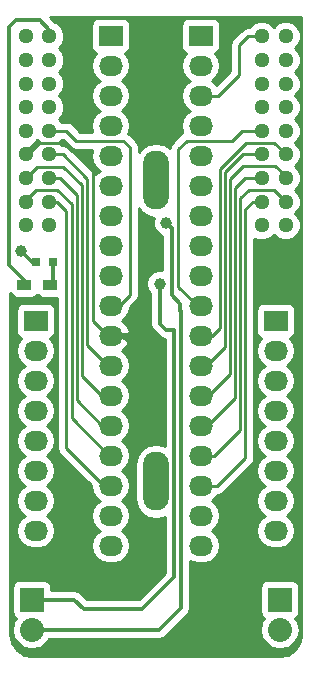
<source format=gtl>
G04 #@! TF.FileFunction,Copper,L1,Top,Signal*
%FSLAX46Y46*%
G04 Gerber Fmt 4.6, Leading zero omitted, Abs format (unit mm)*
G04 Created by KiCad (PCBNEW 4.0.5+dfsg1-4~bpo8+1) date Sat Jun 24 18:36:41 2017*
%MOMM*%
%LPD*%
G01*
G04 APERTURE LIST*
%ADD10C,0.100000*%
%ADD11C,1.300480*%
%ADD12O,2.200000X5.000000*%
%ADD13R,0.797560X0.797560*%
%ADD14R,2.032000X1.727200*%
%ADD15O,2.032000X1.727200*%
%ADD16R,1.200000X0.900000*%
%ADD17R,2.032000X2.032000*%
%ADD18O,2.032000X2.032000*%
%ADD19C,1.000000*%
%ADD20C,0.254000*%
%ADD21C,0.304800*%
%ADD22C,0.508000*%
G04 APERTURE END LIST*
D10*
D11*
X162990000Y-48310000D03*
X164990000Y-48310000D03*
X162990000Y-50310000D03*
X164990000Y-50310000D03*
X162990000Y-52310000D03*
X164990000Y-52310000D03*
X162990000Y-54310000D03*
X164990000Y-54310000D03*
X162990000Y-56310000D03*
X164990000Y-56310000D03*
X162990000Y-58310000D03*
X164990000Y-58310000D03*
X162990000Y-60310000D03*
X164990000Y-60310000D03*
X162990000Y-62310000D03*
X164990000Y-62310000D03*
X162990000Y-64310000D03*
X164990000Y-64310000D03*
X184990000Y-64310000D03*
X182990000Y-64310000D03*
X184990000Y-62310000D03*
X182990000Y-62310000D03*
X184990000Y-60310000D03*
X182990000Y-60310000D03*
X184990000Y-58310000D03*
X182990000Y-58310000D03*
X184990000Y-56310000D03*
X182990000Y-56310000D03*
X184990000Y-54310000D03*
X182990000Y-54310000D03*
X184990000Y-52310000D03*
X182990000Y-52310000D03*
X184990000Y-50310000D03*
X182990000Y-50310000D03*
X184990000Y-48310000D03*
X182990000Y-48310000D03*
D12*
X174000000Y-86000000D03*
X174000000Y-60500000D03*
D13*
X165341300Y-67437000D03*
X163842700Y-67437000D03*
D14*
X170180000Y-48260000D03*
D15*
X170180000Y-50800000D03*
X170180000Y-53340000D03*
X170180000Y-55880000D03*
X170180000Y-58420000D03*
X170180000Y-60960000D03*
X170180000Y-63500000D03*
X170180000Y-66040000D03*
X170180000Y-68580000D03*
X170180000Y-71120000D03*
X170180000Y-73660000D03*
X170180000Y-76200000D03*
X170180000Y-78740000D03*
X170180000Y-81280000D03*
X170180000Y-83820000D03*
X170180000Y-86360000D03*
X170180000Y-88900000D03*
X170180000Y-91440000D03*
D14*
X163830000Y-72390000D03*
D15*
X163830000Y-74930000D03*
X163830000Y-77470000D03*
X163830000Y-80010000D03*
X163830000Y-82550000D03*
X163830000Y-85090000D03*
X163830000Y-87630000D03*
X163830000Y-90170000D03*
D14*
X177800000Y-48260000D03*
D15*
X177800000Y-50800000D03*
X177800000Y-53340000D03*
X177800000Y-55880000D03*
X177800000Y-58420000D03*
X177800000Y-60960000D03*
X177800000Y-63500000D03*
X177800000Y-66040000D03*
X177800000Y-68580000D03*
X177800000Y-71120000D03*
X177800000Y-73660000D03*
X177800000Y-76200000D03*
X177800000Y-78740000D03*
X177800000Y-81280000D03*
X177800000Y-83820000D03*
X177800000Y-86360000D03*
X177800000Y-88900000D03*
X177800000Y-91440000D03*
D14*
X184150000Y-72390000D03*
D15*
X184150000Y-74930000D03*
X184150000Y-77470000D03*
X184150000Y-80010000D03*
X184150000Y-82550000D03*
X184150000Y-85090000D03*
X184150000Y-87630000D03*
X184150000Y-90170000D03*
D16*
X162857000Y-69342000D03*
X165057000Y-69342000D03*
D17*
X184500000Y-96000000D03*
D18*
X184500000Y-98540000D03*
D17*
X163500000Y-96000000D03*
D18*
X163500000Y-98540000D03*
D19*
X162610800Y-66497200D03*
X174345600Y-69240400D03*
X174904400Y-64109600D03*
X172364400Y-95453200D03*
D20*
X170180000Y-76200000D02*
X169976800Y-76200000D01*
X168198800Y-60350400D02*
X166158400Y-58310000D01*
X166158400Y-58310000D02*
X164990000Y-58310000D01*
X169976800Y-76200000D02*
X168198800Y-74422000D01*
X168198800Y-74422000D02*
X168198800Y-70764400D01*
X168198800Y-70764400D02*
X168198800Y-60350400D01*
D21*
X163550600Y-67437000D02*
X162610800Y-66497200D01*
X163842700Y-67437000D02*
X163550600Y-67437000D01*
X165341300Y-68948300D02*
X165341300Y-67437000D01*
X165057000Y-69232600D02*
X165341300Y-68948300D01*
X165057000Y-69342000D02*
X165057000Y-69232600D01*
D20*
X166444400Y-56310000D02*
X164990000Y-56310000D01*
X167284400Y-57150000D02*
X166444400Y-56310000D01*
X171246800Y-57150000D02*
X167284400Y-57150000D01*
X171805600Y-57708800D02*
X171246800Y-57150000D01*
X171805600Y-70205600D02*
X171805600Y-57708800D01*
X170891200Y-71120000D02*
X171805600Y-70205600D01*
X170180000Y-71120000D02*
X170891200Y-71120000D01*
X163965600Y-59334400D02*
X162990000Y-60310000D01*
X166166800Y-59334400D02*
X163965600Y-59334400D01*
X167741600Y-60909200D02*
X166166800Y-59334400D01*
X167741600Y-77063600D02*
X167741600Y-60909200D01*
X169418000Y-78740000D02*
X167741600Y-77063600D01*
X170180000Y-78740000D02*
X169418000Y-78740000D01*
X165872400Y-60310000D02*
X164990000Y-60310000D01*
X167309798Y-61747398D02*
X165872400Y-60310000D01*
X167309798Y-79120998D02*
X167309798Y-61747398D01*
X169468800Y-81280000D02*
X167309798Y-79120998D01*
X170180000Y-81280000D02*
X169468800Y-81280000D01*
X166877996Y-76911200D02*
X166877996Y-76301596D01*
X166877996Y-80619596D02*
X166877996Y-76911200D01*
X170078400Y-83820000D02*
X166877996Y-80619596D01*
X170180000Y-83820000D02*
X170078400Y-83820000D01*
X162990000Y-62206400D02*
X162990000Y-62310000D01*
X166877996Y-62534796D02*
X165658800Y-61315600D01*
X165658800Y-61315600D02*
X163880800Y-61315600D01*
X163880800Y-61315600D02*
X162990000Y-62206400D01*
X166877996Y-76911200D02*
X166877996Y-62534796D01*
X165637200Y-62310000D02*
X164990000Y-62310000D01*
X166446194Y-63118994D02*
X165637200Y-62310000D01*
X166446194Y-83184994D02*
X166446194Y-63118994D01*
X169621200Y-86360000D02*
X166446194Y-83184994D01*
X170180000Y-86360000D02*
X169621200Y-86360000D01*
X181038500Y-49085500D02*
X181814000Y-48310000D01*
X181814000Y-48310000D02*
X182990000Y-48310000D01*
X177800000Y-53340000D02*
X179260500Y-53340000D01*
X181038500Y-51562000D02*
X181038500Y-49276000D01*
X179260500Y-53340000D02*
X181038500Y-51562000D01*
X181038500Y-49276000D02*
X181038500Y-49085500D01*
D21*
X163500000Y-96000000D02*
X167120000Y-96000000D01*
X175564800Y-94081600D02*
X175564800Y-85344000D01*
X172872400Y-96774000D02*
X175564800Y-94081600D01*
X167894000Y-96774000D02*
X172872400Y-96774000D01*
X167120000Y-96000000D02*
X167894000Y-96774000D01*
X175564800Y-85344000D02*
X175564800Y-73152000D01*
X174853600Y-73152000D02*
X174345600Y-72644000D01*
X174345600Y-72644000D02*
X174345600Y-69240400D01*
X175564800Y-73152000D02*
X174853600Y-73152000D01*
X174306800Y-98540000D02*
X176123600Y-96723200D01*
X176123600Y-96723200D02*
X176123600Y-71577200D01*
X176098200Y-71551800D02*
X176072800Y-71526400D01*
X176123600Y-71577200D02*
X176098200Y-71551800D01*
X163500000Y-98540000D02*
X174306800Y-98540000D01*
X176098200Y-70942200D02*
X175361600Y-70205600D01*
X175361600Y-70205600D02*
X175361600Y-64566800D01*
X175361600Y-64566800D02*
X174904400Y-64109600D01*
X176098200Y-71551800D02*
X176098200Y-70942200D01*
D20*
X181332400Y-56310000D02*
X182990000Y-56310000D01*
X180492400Y-57150000D02*
X181332400Y-56310000D01*
X176631600Y-57150000D02*
X180492400Y-57150000D01*
X175920400Y-57861200D02*
X176631600Y-57150000D01*
X175920400Y-69494400D02*
X175920400Y-57861200D01*
X177546000Y-71120000D02*
X175920400Y-69494400D01*
X177800000Y-71120000D02*
X177546000Y-71120000D01*
X183982400Y-57302400D02*
X184990000Y-58310000D01*
X181660800Y-57302400D02*
X183982400Y-57302400D01*
X179425600Y-59537600D02*
X181660800Y-57302400D01*
X179425600Y-72999600D02*
X179425600Y-59537600D01*
X178765200Y-73660000D02*
X179425600Y-72999600D01*
X177800000Y-73660000D02*
X178765200Y-73660000D01*
X181364400Y-58310000D02*
X182990000Y-58310000D01*
X179857402Y-59816998D02*
X181364400Y-58310000D01*
X179857402Y-74599798D02*
X179857402Y-59816998D01*
X178257200Y-76200000D02*
X179857402Y-74599798D01*
X177800000Y-76200000D02*
X178257200Y-76200000D01*
X184990000Y-60174400D02*
X184990000Y-60310000D01*
X184099200Y-59283600D02*
X184990000Y-60174400D01*
X181356000Y-59283600D02*
X184099200Y-59283600D01*
X180289204Y-60350396D02*
X181356000Y-59283600D01*
X180289204Y-76860396D02*
X180289204Y-60350396D01*
X178409600Y-78740000D02*
X180289204Y-76860396D01*
X177800000Y-78740000D02*
X178409600Y-78740000D01*
X181548800Y-60310000D02*
X182990000Y-60310000D01*
X180721006Y-61137794D02*
X181548800Y-60310000D01*
X180721006Y-78917794D02*
X180721006Y-61137794D01*
X178358800Y-81280000D02*
X180721006Y-78917794D01*
X177800000Y-81280000D02*
X178358800Y-81280000D01*
X178968400Y-83820000D02*
X181152808Y-81635592D01*
X181152808Y-81635592D02*
X181152808Y-62026792D01*
X181152808Y-62026792D02*
X181864000Y-61315600D01*
X181864000Y-61315600D02*
X183995600Y-61315600D01*
X183995600Y-61315600D02*
X184990000Y-62310000D01*
X177800000Y-83820000D02*
X178968400Y-83820000D01*
X179222400Y-86360000D02*
X181584610Y-83997790D01*
X181584610Y-83997790D02*
X181584610Y-62966590D01*
X181584610Y-62966590D02*
X182241200Y-62310000D01*
X182241200Y-62310000D02*
X182990000Y-62310000D01*
X177800000Y-86360000D02*
X179222400Y-86360000D01*
X163997600Y-57302400D02*
X162990000Y-58310000D01*
X166370000Y-57302400D02*
X163997600Y-57302400D01*
X168656000Y-59588400D02*
X166370000Y-57302400D01*
X168656000Y-72390000D02*
X168656000Y-59588400D01*
X169926000Y-73660000D02*
X168656000Y-72390000D01*
X170180000Y-73660000D02*
X169926000Y-73660000D01*
D22*
X172364400Y-95453200D02*
X172059600Y-95148400D01*
X172059600Y-95148400D02*
X172059600Y-74371200D01*
X172059600Y-74371200D02*
X171348400Y-73660000D01*
X171348400Y-73660000D02*
X170180000Y-73660000D01*
D21*
X164990000Y-47743600D02*
X164990000Y-48310000D01*
X164185600Y-46939200D02*
X164990000Y-47743600D01*
X162153600Y-46939200D02*
X164185600Y-46939200D01*
X161594800Y-47498000D02*
X162153600Y-46939200D01*
X161594800Y-67665600D02*
X161594800Y-47498000D01*
X162857000Y-68927800D02*
X161594800Y-67665600D01*
X162857000Y-69342000D02*
X162857000Y-68927800D01*
D20*
G36*
X164172395Y-57310159D02*
X163901062Y-57581020D01*
X163896433Y-57592166D01*
X163889189Y-57590416D01*
X163169605Y-58310000D01*
X163183747Y-58324142D01*
X163004142Y-58503747D01*
X162990000Y-58489605D01*
X162975857Y-58503747D01*
X162796252Y-58324142D01*
X162810395Y-58310000D01*
X162796252Y-58295857D01*
X162975857Y-58116252D01*
X162990000Y-58130395D01*
X163709584Y-57410811D01*
X163707935Y-57403986D01*
X163717079Y-57400208D01*
X163990159Y-57127604D01*
X164172395Y-57310159D01*
X164172395Y-57310159D01*
G37*
X164172395Y-57310159D02*
X163901062Y-57581020D01*
X163896433Y-57592166D01*
X163889189Y-57590416D01*
X163169605Y-58310000D01*
X163183747Y-58324142D01*
X163004142Y-58503747D01*
X162990000Y-58489605D01*
X162975857Y-58503747D01*
X162796252Y-58324142D01*
X162810395Y-58310000D01*
X162796252Y-58295857D01*
X162975857Y-58116252D01*
X162990000Y-58130395D01*
X163709584Y-57410811D01*
X163707935Y-57403986D01*
X163717079Y-57400208D01*
X163990159Y-57127604D01*
X164172395Y-57310159D01*
G36*
X169250365Y-59690000D02*
X168935585Y-59900330D01*
X168866249Y-60004098D01*
X168866248Y-60004098D01*
X168737615Y-59811585D01*
X168737615Y-59811584D01*
X166697215Y-57771185D01*
X166450005Y-57606004D01*
X166158400Y-57548000D01*
X166045347Y-57548000D01*
X165807604Y-57309840D01*
X166045860Y-57072000D01*
X166128769Y-57072000D01*
X166745584Y-57688815D01*
X166745585Y-57688815D01*
X166992795Y-57853996D01*
X167284400Y-57912000D01*
X168597702Y-57912000D01*
X168496655Y-58420000D01*
X168610729Y-58993489D01*
X168935585Y-59479670D01*
X169250365Y-59690000D01*
X169250365Y-59690000D01*
G37*
X169250365Y-59690000D02*
X168935585Y-59900330D01*
X168866249Y-60004098D01*
X168866248Y-60004098D01*
X168737615Y-59811585D01*
X168737615Y-59811584D01*
X166697215Y-57771185D01*
X166450005Y-57606004D01*
X166158400Y-57548000D01*
X166045347Y-57548000D01*
X165807604Y-57309840D01*
X166045860Y-57072000D01*
X166128769Y-57072000D01*
X166745584Y-57688815D01*
X166745585Y-57688815D01*
X166992795Y-57853996D01*
X167284400Y-57912000D01*
X168597702Y-57912000D01*
X168496655Y-58420000D01*
X168610729Y-58993489D01*
X168935585Y-59479670D01*
X169250365Y-59690000D01*
G36*
X186315000Y-98932532D02*
X186183345Y-99594403D01*
X186183345Y-98540000D01*
X186057670Y-97908190D01*
X185830830Y-97568701D01*
X185970927Y-97476673D01*
X186113377Y-97265640D01*
X186163440Y-97016000D01*
X186163440Y-94984000D01*
X186116463Y-94741877D01*
X185976673Y-94529073D01*
X185833345Y-94432324D01*
X185833345Y-90170000D01*
X185719271Y-89596511D01*
X185394415Y-89110330D01*
X185079634Y-88899999D01*
X185394415Y-88689670D01*
X185719271Y-88203489D01*
X185833345Y-87630000D01*
X185719271Y-87056511D01*
X185394415Y-86570330D01*
X185079634Y-86360000D01*
X185394415Y-86149670D01*
X185719271Y-85663489D01*
X185833345Y-85090000D01*
X185719271Y-84516511D01*
X185394415Y-84030330D01*
X185079634Y-83820000D01*
X185394415Y-83609670D01*
X185719271Y-83123489D01*
X185833345Y-82550000D01*
X185719271Y-81976511D01*
X185394415Y-81490330D01*
X185079634Y-81279999D01*
X185394415Y-81069670D01*
X185719271Y-80583489D01*
X185833345Y-80010000D01*
X185719271Y-79436511D01*
X185394415Y-78950330D01*
X185079634Y-78740000D01*
X185394415Y-78529670D01*
X185719271Y-78043489D01*
X185833345Y-77470000D01*
X185719271Y-76896511D01*
X185394415Y-76410330D01*
X185079634Y-76200000D01*
X185394415Y-75989670D01*
X185719271Y-75503489D01*
X185833345Y-74930000D01*
X185719271Y-74356511D01*
X185394415Y-73870330D01*
X185378632Y-73859784D01*
X185408123Y-73854063D01*
X185620927Y-73714273D01*
X185763377Y-73503240D01*
X185813440Y-73253600D01*
X185813440Y-71526400D01*
X185766463Y-71284277D01*
X185626673Y-71071473D01*
X185415640Y-70929023D01*
X185166000Y-70878960D01*
X183134000Y-70878960D01*
X182891877Y-70925937D01*
X182679073Y-71065727D01*
X182536623Y-71276760D01*
X182486560Y-71526400D01*
X182486560Y-73253600D01*
X182533537Y-73495723D01*
X182673327Y-73708527D01*
X182884360Y-73850977D01*
X182922962Y-73858718D01*
X182905585Y-73870330D01*
X182580729Y-74356511D01*
X182466655Y-74930000D01*
X182580729Y-75503489D01*
X182905585Y-75989670D01*
X183220365Y-76200000D01*
X182905585Y-76410330D01*
X182580729Y-76896511D01*
X182466655Y-77470000D01*
X182580729Y-78043489D01*
X182905585Y-78529670D01*
X183220365Y-78740000D01*
X182905585Y-78950330D01*
X182580729Y-79436511D01*
X182466655Y-80010000D01*
X182580729Y-80583489D01*
X182905585Y-81069670D01*
X183220365Y-81280000D01*
X182905585Y-81490330D01*
X182580729Y-81976511D01*
X182466655Y-82550000D01*
X182580729Y-83123489D01*
X182905585Y-83609670D01*
X183220365Y-83820000D01*
X182905585Y-84030330D01*
X182580729Y-84516511D01*
X182466655Y-85090000D01*
X182580729Y-85663489D01*
X182905585Y-86149670D01*
X183220365Y-86360000D01*
X182905585Y-86570330D01*
X182580729Y-87056511D01*
X182466655Y-87630000D01*
X182580729Y-88203489D01*
X182905585Y-88689670D01*
X183220365Y-88900000D01*
X182905585Y-89110330D01*
X182580729Y-89596511D01*
X182466655Y-90170000D01*
X182580729Y-90743489D01*
X182905585Y-91229670D01*
X183391766Y-91554526D01*
X183965255Y-91668600D01*
X184334745Y-91668600D01*
X184908234Y-91554526D01*
X185394415Y-91229670D01*
X185719271Y-90743489D01*
X185833345Y-90170000D01*
X185833345Y-94432324D01*
X185765640Y-94386623D01*
X185516000Y-94336560D01*
X183484000Y-94336560D01*
X183241877Y-94383537D01*
X183029073Y-94523327D01*
X182886623Y-94734360D01*
X182836560Y-94984000D01*
X182836560Y-97016000D01*
X182883537Y-97258123D01*
X183023327Y-97470927D01*
X183168860Y-97569163D01*
X182942330Y-97908190D01*
X182816655Y-98540000D01*
X182942330Y-99171810D01*
X183300222Y-99707433D01*
X183835845Y-100065325D01*
X184467655Y-100191000D01*
X184532345Y-100191000D01*
X185164155Y-100065325D01*
X185699778Y-99707433D01*
X186057670Y-99171810D01*
X186183345Y-98540000D01*
X186183345Y-99594403D01*
X186164442Y-99689435D01*
X185773908Y-100273910D01*
X185189434Y-100664443D01*
X184432532Y-100815000D01*
X163567467Y-100815000D01*
X162810564Y-100664442D01*
X162226089Y-100273908D01*
X161835556Y-99689434D01*
X161685000Y-98932532D01*
X161685000Y-93500000D01*
X161685000Y-70077452D01*
X161796327Y-70246927D01*
X162007360Y-70389377D01*
X162257000Y-70439440D01*
X163457000Y-70439440D01*
X163699123Y-70392463D01*
X163911927Y-70252673D01*
X163956613Y-70186471D01*
X163996327Y-70246927D01*
X164207360Y-70389377D01*
X164457000Y-70439440D01*
X165657000Y-70439440D01*
X165684194Y-70434163D01*
X165684194Y-83184994D01*
X165742198Y-83476599D01*
X165907379Y-83723809D01*
X168504438Y-86320869D01*
X168496655Y-86360000D01*
X168610729Y-86933489D01*
X168935585Y-87419670D01*
X169250365Y-87630000D01*
X168935585Y-87840330D01*
X168610729Y-88326511D01*
X168496655Y-88900000D01*
X168610729Y-89473489D01*
X168935585Y-89959670D01*
X169250365Y-90169999D01*
X168935585Y-90380330D01*
X168610729Y-90866511D01*
X168496655Y-91440000D01*
X168610729Y-92013489D01*
X168935585Y-92499670D01*
X169421766Y-92824526D01*
X169995255Y-92938600D01*
X170364745Y-92938600D01*
X170938234Y-92824526D01*
X171424415Y-92499670D01*
X171749271Y-92013489D01*
X171863345Y-91440000D01*
X171749271Y-90866511D01*
X171424415Y-90380330D01*
X171109634Y-90170000D01*
X171424415Y-89959670D01*
X171749271Y-89473489D01*
X171863345Y-88900000D01*
X171749271Y-88326511D01*
X171424415Y-87840330D01*
X171109634Y-87630000D01*
X171424415Y-87419670D01*
X171749271Y-86933489D01*
X171863345Y-86360000D01*
X171749271Y-85786511D01*
X171424415Y-85300330D01*
X171109634Y-85090000D01*
X171424415Y-84879670D01*
X171749271Y-84393489D01*
X171863345Y-83820000D01*
X171749271Y-83246511D01*
X171424415Y-82760330D01*
X171109634Y-82550000D01*
X171424415Y-82339670D01*
X171749271Y-81853489D01*
X171863345Y-81280000D01*
X171749271Y-80706511D01*
X171424415Y-80220330D01*
X171109634Y-80009999D01*
X171424415Y-79799670D01*
X171749271Y-79313489D01*
X171863345Y-78740000D01*
X171749271Y-78166511D01*
X171424415Y-77680330D01*
X171109634Y-77470000D01*
X171424415Y-77259670D01*
X171749271Y-76773489D01*
X171863345Y-76200000D01*
X171749271Y-75626511D01*
X171424415Y-75140330D01*
X171114930Y-74933539D01*
X171530732Y-74562036D01*
X171784709Y-74034791D01*
X171787358Y-74019026D01*
X171666217Y-73787000D01*
X170307000Y-73787000D01*
X170307000Y-73807000D01*
X170053000Y-73807000D01*
X170053000Y-73787000D01*
X170033000Y-73787000D01*
X170033000Y-73533000D01*
X170053000Y-73533000D01*
X170053000Y-73513000D01*
X170307000Y-73513000D01*
X170307000Y-73533000D01*
X171666217Y-73533000D01*
X171787358Y-73300974D01*
X171784709Y-73285209D01*
X171530732Y-72757964D01*
X171114930Y-72386460D01*
X171424415Y-72179670D01*
X171749271Y-71693489D01*
X171837152Y-71251677D01*
X172344415Y-70744415D01*
X172509596Y-70497205D01*
X172509596Y-70497204D01*
X172567600Y-70205600D01*
X172567600Y-62880591D01*
X172773170Y-63188248D01*
X173336044Y-63564349D01*
X173858680Y-63668307D01*
X173769597Y-63882844D01*
X173769203Y-64334375D01*
X173941633Y-64751686D01*
X174260635Y-65071245D01*
X174574200Y-65201449D01*
X174574200Y-68106362D01*
X174572356Y-68105597D01*
X174120825Y-68105203D01*
X173703514Y-68277633D01*
X173383955Y-68596635D01*
X173210797Y-69013644D01*
X173210403Y-69465175D01*
X173382833Y-69882486D01*
X173558200Y-70058159D01*
X173558200Y-72644000D01*
X173618137Y-72945325D01*
X173788824Y-73200776D01*
X174296824Y-73708776D01*
X174552275Y-73879463D01*
X174777400Y-73924242D01*
X174777400Y-83011451D01*
X174663956Y-82935651D01*
X174000000Y-82803582D01*
X173336044Y-82935651D01*
X172773170Y-83311752D01*
X172397069Y-83874626D01*
X172265000Y-84538582D01*
X172265000Y-87461418D01*
X172397069Y-88125374D01*
X172773170Y-88688248D01*
X173336044Y-89064349D01*
X174000000Y-89196418D01*
X174663956Y-89064349D01*
X174777400Y-88988548D01*
X174777400Y-93755448D01*
X172546248Y-95986600D01*
X168220152Y-95986600D01*
X167676776Y-95443224D01*
X167421325Y-95272537D01*
X167120000Y-95212600D01*
X165513345Y-95212600D01*
X165513345Y-90170000D01*
X165399271Y-89596511D01*
X165074415Y-89110330D01*
X164759634Y-88899999D01*
X165074415Y-88689670D01*
X165399271Y-88203489D01*
X165513345Y-87630000D01*
X165399271Y-87056511D01*
X165074415Y-86570330D01*
X164759634Y-86360000D01*
X165074415Y-86149670D01*
X165399271Y-85663489D01*
X165513345Y-85090000D01*
X165399271Y-84516511D01*
X165074415Y-84030330D01*
X164759634Y-83820000D01*
X165074415Y-83609670D01*
X165399271Y-83123489D01*
X165513345Y-82550000D01*
X165399271Y-81976511D01*
X165074415Y-81490330D01*
X164759634Y-81279999D01*
X165074415Y-81069670D01*
X165399271Y-80583489D01*
X165513345Y-80010000D01*
X165399271Y-79436511D01*
X165074415Y-78950330D01*
X164759634Y-78740000D01*
X165074415Y-78529670D01*
X165399271Y-78043489D01*
X165513345Y-77470000D01*
X165399271Y-76896511D01*
X165074415Y-76410330D01*
X164759634Y-76200000D01*
X165074415Y-75989670D01*
X165399271Y-75503489D01*
X165513345Y-74930000D01*
X165399271Y-74356511D01*
X165074415Y-73870330D01*
X165058632Y-73859784D01*
X165088123Y-73854063D01*
X165300927Y-73714273D01*
X165443377Y-73503240D01*
X165493440Y-73253600D01*
X165493440Y-71526400D01*
X165446463Y-71284277D01*
X165306673Y-71071473D01*
X165095640Y-70929023D01*
X164846000Y-70878960D01*
X162814000Y-70878960D01*
X162571877Y-70925937D01*
X162359073Y-71065727D01*
X162216623Y-71276760D01*
X162166560Y-71526400D01*
X162166560Y-73253600D01*
X162213537Y-73495723D01*
X162353327Y-73708527D01*
X162564360Y-73850977D01*
X162602962Y-73858718D01*
X162585585Y-73870330D01*
X162260729Y-74356511D01*
X162146655Y-74930000D01*
X162260729Y-75503489D01*
X162585585Y-75989670D01*
X162900365Y-76200000D01*
X162585585Y-76410330D01*
X162260729Y-76896511D01*
X162146655Y-77470000D01*
X162260729Y-78043489D01*
X162585585Y-78529670D01*
X162900365Y-78740000D01*
X162585585Y-78950330D01*
X162260729Y-79436511D01*
X162146655Y-80010000D01*
X162260729Y-80583489D01*
X162585585Y-81069670D01*
X162900365Y-81280000D01*
X162585585Y-81490330D01*
X162260729Y-81976511D01*
X162146655Y-82550000D01*
X162260729Y-83123489D01*
X162585585Y-83609670D01*
X162900365Y-83820000D01*
X162585585Y-84030330D01*
X162260729Y-84516511D01*
X162146655Y-85090000D01*
X162260729Y-85663489D01*
X162585585Y-86149670D01*
X162900365Y-86360000D01*
X162585585Y-86570330D01*
X162260729Y-87056511D01*
X162146655Y-87630000D01*
X162260729Y-88203489D01*
X162585585Y-88689670D01*
X162900365Y-88900000D01*
X162585585Y-89110330D01*
X162260729Y-89596511D01*
X162146655Y-90170000D01*
X162260729Y-90743489D01*
X162585585Y-91229670D01*
X163071766Y-91554526D01*
X163645255Y-91668600D01*
X164014745Y-91668600D01*
X164588234Y-91554526D01*
X165074415Y-91229670D01*
X165399271Y-90743489D01*
X165513345Y-90170000D01*
X165513345Y-95212600D01*
X165163440Y-95212600D01*
X165163440Y-94984000D01*
X165116463Y-94741877D01*
X164976673Y-94529073D01*
X164765640Y-94386623D01*
X164516000Y-94336560D01*
X162484000Y-94336560D01*
X162241877Y-94383537D01*
X162029073Y-94523327D01*
X161886623Y-94734360D01*
X161836560Y-94984000D01*
X161836560Y-97016000D01*
X161883537Y-97258123D01*
X162023327Y-97470927D01*
X162168860Y-97569163D01*
X161942330Y-97908190D01*
X161816655Y-98540000D01*
X161942330Y-99171810D01*
X162300222Y-99707433D01*
X162835845Y-100065325D01*
X163467655Y-100191000D01*
X163532345Y-100191000D01*
X164164155Y-100065325D01*
X164699778Y-99707433D01*
X164953708Y-99327400D01*
X174306800Y-99327400D01*
X174608125Y-99267463D01*
X174863576Y-99096776D01*
X176680376Y-97279976D01*
X176851063Y-97024525D01*
X176911000Y-96723200D01*
X176911000Y-92737150D01*
X177041766Y-92824526D01*
X177615255Y-92938600D01*
X177984745Y-92938600D01*
X178558234Y-92824526D01*
X179044415Y-92499670D01*
X179369271Y-92013489D01*
X179483345Y-91440000D01*
X179369271Y-90866511D01*
X179044415Y-90380330D01*
X178729634Y-90169999D01*
X179044415Y-89959670D01*
X179369271Y-89473489D01*
X179483345Y-88900000D01*
X179369271Y-88326511D01*
X179044415Y-87840330D01*
X178729634Y-87630000D01*
X179044415Y-87419670D01*
X179246517Y-87117202D01*
X179514004Y-87063996D01*
X179514005Y-87063996D01*
X179761215Y-86898815D01*
X182123425Y-84536606D01*
X182123425Y-84536605D01*
X182288606Y-84289395D01*
X182346609Y-83997790D01*
X182346610Y-83997790D01*
X182346610Y-65434478D01*
X182733228Y-65595016D01*
X183244528Y-65595462D01*
X183717079Y-65400208D01*
X183990159Y-65127604D01*
X184261020Y-65398938D01*
X184733228Y-65595016D01*
X185244528Y-65595462D01*
X185717079Y-65400208D01*
X186078938Y-65038980D01*
X186275016Y-64566772D01*
X186275462Y-64055472D01*
X186080208Y-63582921D01*
X185807604Y-63309840D01*
X186078938Y-63038980D01*
X186275016Y-62566772D01*
X186275462Y-62055472D01*
X186080208Y-61582921D01*
X185807604Y-61309840D01*
X186078938Y-61038980D01*
X186275016Y-60566772D01*
X186275462Y-60055472D01*
X186080208Y-59582921D01*
X185807604Y-59309840D01*
X186078938Y-59038980D01*
X186275016Y-58566772D01*
X186275462Y-58055472D01*
X186080208Y-57582921D01*
X185807604Y-57309840D01*
X186078938Y-57038980D01*
X186275016Y-56566772D01*
X186275462Y-56055472D01*
X186080208Y-55582921D01*
X185807604Y-55309840D01*
X186078938Y-55038980D01*
X186275016Y-54566772D01*
X186275462Y-54055472D01*
X186080208Y-53582921D01*
X185807604Y-53309840D01*
X186078938Y-53038980D01*
X186275016Y-52566772D01*
X186275462Y-52055472D01*
X186080208Y-51582921D01*
X185807604Y-51309840D01*
X186078938Y-51038980D01*
X186275016Y-50566772D01*
X186275462Y-50055472D01*
X186080208Y-49582921D01*
X185807604Y-49309840D01*
X186078938Y-49038980D01*
X186275016Y-48566772D01*
X186275462Y-48055472D01*
X186080208Y-47582921D01*
X185718980Y-47221062D01*
X185246772Y-47024984D01*
X184735472Y-47024538D01*
X184262921Y-47219792D01*
X183989840Y-47492395D01*
X183718980Y-47221062D01*
X183246772Y-47024984D01*
X182735472Y-47024538D01*
X182262921Y-47219792D01*
X181934139Y-47548000D01*
X181814000Y-47548000D01*
X181522395Y-47606004D01*
X181423376Y-47672165D01*
X181275185Y-47771184D01*
X180499685Y-48546685D01*
X180334504Y-48793895D01*
X180276500Y-49085500D01*
X180276500Y-49276000D01*
X180276500Y-51246369D01*
X179123772Y-52399097D01*
X179044415Y-52280330D01*
X178729634Y-52070000D01*
X179044415Y-51859670D01*
X179369271Y-51373489D01*
X179483345Y-50800000D01*
X179369271Y-50226511D01*
X179044415Y-49740330D01*
X179028632Y-49729784D01*
X179058123Y-49724063D01*
X179270927Y-49584273D01*
X179413377Y-49373240D01*
X179463440Y-49123600D01*
X179463440Y-47396400D01*
X179416463Y-47154277D01*
X179276673Y-46941473D01*
X179065640Y-46799023D01*
X178816000Y-46748960D01*
X176784000Y-46748960D01*
X176541877Y-46795937D01*
X176329073Y-46935727D01*
X176186623Y-47146760D01*
X176136560Y-47396400D01*
X176136560Y-49123600D01*
X176183537Y-49365723D01*
X176323327Y-49578527D01*
X176534360Y-49720977D01*
X176572962Y-49728718D01*
X176555585Y-49740330D01*
X176230729Y-50226511D01*
X176116655Y-50800000D01*
X176230729Y-51373489D01*
X176555585Y-51859670D01*
X176870365Y-52070000D01*
X176555585Y-52280330D01*
X176230729Y-52766511D01*
X176116655Y-53340000D01*
X176230729Y-53913489D01*
X176555585Y-54399670D01*
X176870365Y-54609999D01*
X176555585Y-54820330D01*
X176230729Y-55306511D01*
X176116655Y-55880000D01*
X176230729Y-56453489D01*
X176260997Y-56498788D01*
X176240976Y-56512165D01*
X176092785Y-56611184D01*
X175381585Y-57322385D01*
X175216404Y-57569595D01*
X175175109Y-57777193D01*
X174663956Y-57435651D01*
X174000000Y-57303582D01*
X173336044Y-57435651D01*
X172773170Y-57811752D01*
X172567600Y-58119408D01*
X172567600Y-57708800D01*
X172509597Y-57417196D01*
X172509596Y-57417195D01*
X172344416Y-57169985D01*
X171785615Y-56611185D01*
X171687642Y-56545721D01*
X171749271Y-56453489D01*
X171863345Y-55880000D01*
X171749271Y-55306511D01*
X171424415Y-54820330D01*
X171109634Y-54609999D01*
X171424415Y-54399670D01*
X171749271Y-53913489D01*
X171863345Y-53340000D01*
X171749271Y-52766511D01*
X171424415Y-52280330D01*
X171109634Y-52070000D01*
X171424415Y-51859670D01*
X171749271Y-51373489D01*
X171863345Y-50800000D01*
X171749271Y-50226511D01*
X171424415Y-49740330D01*
X171408632Y-49729784D01*
X171438123Y-49724063D01*
X171650927Y-49584273D01*
X171793377Y-49373240D01*
X171843440Y-49123600D01*
X171843440Y-47396400D01*
X171796463Y-47154277D01*
X171656673Y-46941473D01*
X171445640Y-46799023D01*
X171196000Y-46748960D01*
X169164000Y-46748960D01*
X168921877Y-46795937D01*
X168709073Y-46935727D01*
X168566623Y-47146760D01*
X168516560Y-47396400D01*
X168516560Y-49123600D01*
X168563537Y-49365723D01*
X168703327Y-49578527D01*
X168914360Y-49720977D01*
X168952962Y-49728718D01*
X168935585Y-49740330D01*
X168610729Y-50226511D01*
X168496655Y-50800000D01*
X168610729Y-51373489D01*
X168935585Y-51859670D01*
X169250365Y-52070000D01*
X168935585Y-52280330D01*
X168610729Y-52766511D01*
X168496655Y-53340000D01*
X168610729Y-53913489D01*
X168935585Y-54399670D01*
X169250365Y-54610000D01*
X168935585Y-54820330D01*
X168610729Y-55306511D01*
X168496655Y-55880000D01*
X168597702Y-56388000D01*
X167600030Y-56388000D01*
X166983215Y-55771185D01*
X166736005Y-55606004D01*
X166444400Y-55548000D01*
X166045347Y-55548000D01*
X165807604Y-55309840D01*
X166078938Y-55038980D01*
X166275016Y-54566772D01*
X166275462Y-54055472D01*
X166080208Y-53582921D01*
X165807604Y-53309840D01*
X166078938Y-53038980D01*
X166275016Y-52566772D01*
X166275462Y-52055472D01*
X166080208Y-51582921D01*
X165807604Y-51309840D01*
X166078938Y-51038980D01*
X166275016Y-50566772D01*
X166275462Y-50055472D01*
X166080208Y-49582921D01*
X165807604Y-49309840D01*
X166078938Y-49038980D01*
X166275016Y-48566772D01*
X166275462Y-48055472D01*
X166080208Y-47582921D01*
X165718980Y-47221062D01*
X165483045Y-47123093D01*
X165044952Y-46685000D01*
X186315000Y-46685000D01*
X186315000Y-93500000D01*
X186315000Y-98932532D01*
X186315000Y-98932532D01*
G37*
X186315000Y-98932532D02*
X186183345Y-99594403D01*
X186183345Y-98540000D01*
X186057670Y-97908190D01*
X185830830Y-97568701D01*
X185970927Y-97476673D01*
X186113377Y-97265640D01*
X186163440Y-97016000D01*
X186163440Y-94984000D01*
X186116463Y-94741877D01*
X185976673Y-94529073D01*
X185833345Y-94432324D01*
X185833345Y-90170000D01*
X185719271Y-89596511D01*
X185394415Y-89110330D01*
X185079634Y-88899999D01*
X185394415Y-88689670D01*
X185719271Y-88203489D01*
X185833345Y-87630000D01*
X185719271Y-87056511D01*
X185394415Y-86570330D01*
X185079634Y-86360000D01*
X185394415Y-86149670D01*
X185719271Y-85663489D01*
X185833345Y-85090000D01*
X185719271Y-84516511D01*
X185394415Y-84030330D01*
X185079634Y-83820000D01*
X185394415Y-83609670D01*
X185719271Y-83123489D01*
X185833345Y-82550000D01*
X185719271Y-81976511D01*
X185394415Y-81490330D01*
X185079634Y-81279999D01*
X185394415Y-81069670D01*
X185719271Y-80583489D01*
X185833345Y-80010000D01*
X185719271Y-79436511D01*
X185394415Y-78950330D01*
X185079634Y-78740000D01*
X185394415Y-78529670D01*
X185719271Y-78043489D01*
X185833345Y-77470000D01*
X185719271Y-76896511D01*
X185394415Y-76410330D01*
X185079634Y-76200000D01*
X185394415Y-75989670D01*
X185719271Y-75503489D01*
X185833345Y-74930000D01*
X185719271Y-74356511D01*
X185394415Y-73870330D01*
X185378632Y-73859784D01*
X185408123Y-73854063D01*
X185620927Y-73714273D01*
X185763377Y-73503240D01*
X185813440Y-73253600D01*
X185813440Y-71526400D01*
X185766463Y-71284277D01*
X185626673Y-71071473D01*
X185415640Y-70929023D01*
X185166000Y-70878960D01*
X183134000Y-70878960D01*
X182891877Y-70925937D01*
X182679073Y-71065727D01*
X182536623Y-71276760D01*
X182486560Y-71526400D01*
X182486560Y-73253600D01*
X182533537Y-73495723D01*
X182673327Y-73708527D01*
X182884360Y-73850977D01*
X182922962Y-73858718D01*
X182905585Y-73870330D01*
X182580729Y-74356511D01*
X182466655Y-74930000D01*
X182580729Y-75503489D01*
X182905585Y-75989670D01*
X183220365Y-76200000D01*
X182905585Y-76410330D01*
X182580729Y-76896511D01*
X182466655Y-77470000D01*
X182580729Y-78043489D01*
X182905585Y-78529670D01*
X183220365Y-78740000D01*
X182905585Y-78950330D01*
X182580729Y-79436511D01*
X182466655Y-80010000D01*
X182580729Y-80583489D01*
X182905585Y-81069670D01*
X183220365Y-81280000D01*
X182905585Y-81490330D01*
X182580729Y-81976511D01*
X182466655Y-82550000D01*
X182580729Y-83123489D01*
X182905585Y-83609670D01*
X183220365Y-83820000D01*
X182905585Y-84030330D01*
X182580729Y-84516511D01*
X182466655Y-85090000D01*
X182580729Y-85663489D01*
X182905585Y-86149670D01*
X183220365Y-86360000D01*
X182905585Y-86570330D01*
X182580729Y-87056511D01*
X182466655Y-87630000D01*
X182580729Y-88203489D01*
X182905585Y-88689670D01*
X183220365Y-88900000D01*
X182905585Y-89110330D01*
X182580729Y-89596511D01*
X182466655Y-90170000D01*
X182580729Y-90743489D01*
X182905585Y-91229670D01*
X183391766Y-91554526D01*
X183965255Y-91668600D01*
X184334745Y-91668600D01*
X184908234Y-91554526D01*
X185394415Y-91229670D01*
X185719271Y-90743489D01*
X185833345Y-90170000D01*
X185833345Y-94432324D01*
X185765640Y-94386623D01*
X185516000Y-94336560D01*
X183484000Y-94336560D01*
X183241877Y-94383537D01*
X183029073Y-94523327D01*
X182886623Y-94734360D01*
X182836560Y-94984000D01*
X182836560Y-97016000D01*
X182883537Y-97258123D01*
X183023327Y-97470927D01*
X183168860Y-97569163D01*
X182942330Y-97908190D01*
X182816655Y-98540000D01*
X182942330Y-99171810D01*
X183300222Y-99707433D01*
X183835845Y-100065325D01*
X184467655Y-100191000D01*
X184532345Y-100191000D01*
X185164155Y-100065325D01*
X185699778Y-99707433D01*
X186057670Y-99171810D01*
X186183345Y-98540000D01*
X186183345Y-99594403D01*
X186164442Y-99689435D01*
X185773908Y-100273910D01*
X185189434Y-100664443D01*
X184432532Y-100815000D01*
X163567467Y-100815000D01*
X162810564Y-100664442D01*
X162226089Y-100273908D01*
X161835556Y-99689434D01*
X161685000Y-98932532D01*
X161685000Y-93500000D01*
X161685000Y-70077452D01*
X161796327Y-70246927D01*
X162007360Y-70389377D01*
X162257000Y-70439440D01*
X163457000Y-70439440D01*
X163699123Y-70392463D01*
X163911927Y-70252673D01*
X163956613Y-70186471D01*
X163996327Y-70246927D01*
X164207360Y-70389377D01*
X164457000Y-70439440D01*
X165657000Y-70439440D01*
X165684194Y-70434163D01*
X165684194Y-83184994D01*
X165742198Y-83476599D01*
X165907379Y-83723809D01*
X168504438Y-86320869D01*
X168496655Y-86360000D01*
X168610729Y-86933489D01*
X168935585Y-87419670D01*
X169250365Y-87630000D01*
X168935585Y-87840330D01*
X168610729Y-88326511D01*
X168496655Y-88900000D01*
X168610729Y-89473489D01*
X168935585Y-89959670D01*
X169250365Y-90169999D01*
X168935585Y-90380330D01*
X168610729Y-90866511D01*
X168496655Y-91440000D01*
X168610729Y-92013489D01*
X168935585Y-92499670D01*
X169421766Y-92824526D01*
X169995255Y-92938600D01*
X170364745Y-92938600D01*
X170938234Y-92824526D01*
X171424415Y-92499670D01*
X171749271Y-92013489D01*
X171863345Y-91440000D01*
X171749271Y-90866511D01*
X171424415Y-90380330D01*
X171109634Y-90170000D01*
X171424415Y-89959670D01*
X171749271Y-89473489D01*
X171863345Y-88900000D01*
X171749271Y-88326511D01*
X171424415Y-87840330D01*
X171109634Y-87630000D01*
X171424415Y-87419670D01*
X171749271Y-86933489D01*
X171863345Y-86360000D01*
X171749271Y-85786511D01*
X171424415Y-85300330D01*
X171109634Y-85090000D01*
X171424415Y-84879670D01*
X171749271Y-84393489D01*
X171863345Y-83820000D01*
X171749271Y-83246511D01*
X171424415Y-82760330D01*
X171109634Y-82550000D01*
X171424415Y-82339670D01*
X171749271Y-81853489D01*
X171863345Y-81280000D01*
X171749271Y-80706511D01*
X171424415Y-80220330D01*
X171109634Y-80009999D01*
X171424415Y-79799670D01*
X171749271Y-79313489D01*
X171863345Y-78740000D01*
X171749271Y-78166511D01*
X171424415Y-77680330D01*
X171109634Y-77470000D01*
X171424415Y-77259670D01*
X171749271Y-76773489D01*
X171863345Y-76200000D01*
X171749271Y-75626511D01*
X171424415Y-75140330D01*
X171114930Y-74933539D01*
X171530732Y-74562036D01*
X171784709Y-74034791D01*
X171787358Y-74019026D01*
X171666217Y-73787000D01*
X170307000Y-73787000D01*
X170307000Y-73807000D01*
X170053000Y-73807000D01*
X170053000Y-73787000D01*
X170033000Y-73787000D01*
X170033000Y-73533000D01*
X170053000Y-73533000D01*
X170053000Y-73513000D01*
X170307000Y-73513000D01*
X170307000Y-73533000D01*
X171666217Y-73533000D01*
X171787358Y-73300974D01*
X171784709Y-73285209D01*
X171530732Y-72757964D01*
X171114930Y-72386460D01*
X171424415Y-72179670D01*
X171749271Y-71693489D01*
X171837152Y-71251677D01*
X172344415Y-70744415D01*
X172509596Y-70497205D01*
X172509596Y-70497204D01*
X172567600Y-70205600D01*
X172567600Y-62880591D01*
X172773170Y-63188248D01*
X173336044Y-63564349D01*
X173858680Y-63668307D01*
X173769597Y-63882844D01*
X173769203Y-64334375D01*
X173941633Y-64751686D01*
X174260635Y-65071245D01*
X174574200Y-65201449D01*
X174574200Y-68106362D01*
X174572356Y-68105597D01*
X174120825Y-68105203D01*
X173703514Y-68277633D01*
X173383955Y-68596635D01*
X173210797Y-69013644D01*
X173210403Y-69465175D01*
X173382833Y-69882486D01*
X173558200Y-70058159D01*
X173558200Y-72644000D01*
X173618137Y-72945325D01*
X173788824Y-73200776D01*
X174296824Y-73708776D01*
X174552275Y-73879463D01*
X174777400Y-73924242D01*
X174777400Y-83011451D01*
X174663956Y-82935651D01*
X174000000Y-82803582D01*
X173336044Y-82935651D01*
X172773170Y-83311752D01*
X172397069Y-83874626D01*
X172265000Y-84538582D01*
X172265000Y-87461418D01*
X172397069Y-88125374D01*
X172773170Y-88688248D01*
X173336044Y-89064349D01*
X174000000Y-89196418D01*
X174663956Y-89064349D01*
X174777400Y-88988548D01*
X174777400Y-93755448D01*
X172546248Y-95986600D01*
X168220152Y-95986600D01*
X167676776Y-95443224D01*
X167421325Y-95272537D01*
X167120000Y-95212600D01*
X165513345Y-95212600D01*
X165513345Y-90170000D01*
X165399271Y-89596511D01*
X165074415Y-89110330D01*
X164759634Y-88899999D01*
X165074415Y-88689670D01*
X165399271Y-88203489D01*
X165513345Y-87630000D01*
X165399271Y-87056511D01*
X165074415Y-86570330D01*
X164759634Y-86360000D01*
X165074415Y-86149670D01*
X165399271Y-85663489D01*
X165513345Y-85090000D01*
X165399271Y-84516511D01*
X165074415Y-84030330D01*
X164759634Y-83820000D01*
X165074415Y-83609670D01*
X165399271Y-83123489D01*
X165513345Y-82550000D01*
X165399271Y-81976511D01*
X165074415Y-81490330D01*
X164759634Y-81279999D01*
X165074415Y-81069670D01*
X165399271Y-80583489D01*
X165513345Y-80010000D01*
X165399271Y-79436511D01*
X165074415Y-78950330D01*
X164759634Y-78740000D01*
X165074415Y-78529670D01*
X165399271Y-78043489D01*
X165513345Y-77470000D01*
X165399271Y-76896511D01*
X165074415Y-76410330D01*
X164759634Y-76200000D01*
X165074415Y-75989670D01*
X165399271Y-75503489D01*
X165513345Y-74930000D01*
X165399271Y-74356511D01*
X165074415Y-73870330D01*
X165058632Y-73859784D01*
X165088123Y-73854063D01*
X165300927Y-73714273D01*
X165443377Y-73503240D01*
X165493440Y-73253600D01*
X165493440Y-71526400D01*
X165446463Y-71284277D01*
X165306673Y-71071473D01*
X165095640Y-70929023D01*
X164846000Y-70878960D01*
X162814000Y-70878960D01*
X162571877Y-70925937D01*
X162359073Y-71065727D01*
X162216623Y-71276760D01*
X162166560Y-71526400D01*
X162166560Y-73253600D01*
X162213537Y-73495723D01*
X162353327Y-73708527D01*
X162564360Y-73850977D01*
X162602962Y-73858718D01*
X162585585Y-73870330D01*
X162260729Y-74356511D01*
X162146655Y-74930000D01*
X162260729Y-75503489D01*
X162585585Y-75989670D01*
X162900365Y-76200000D01*
X162585585Y-76410330D01*
X162260729Y-76896511D01*
X162146655Y-77470000D01*
X162260729Y-78043489D01*
X162585585Y-78529670D01*
X162900365Y-78740000D01*
X162585585Y-78950330D01*
X162260729Y-79436511D01*
X162146655Y-80010000D01*
X162260729Y-80583489D01*
X162585585Y-81069670D01*
X162900365Y-81280000D01*
X162585585Y-81490330D01*
X162260729Y-81976511D01*
X162146655Y-82550000D01*
X162260729Y-83123489D01*
X162585585Y-83609670D01*
X162900365Y-83820000D01*
X162585585Y-84030330D01*
X162260729Y-84516511D01*
X162146655Y-85090000D01*
X162260729Y-85663489D01*
X162585585Y-86149670D01*
X162900365Y-86360000D01*
X162585585Y-86570330D01*
X162260729Y-87056511D01*
X162146655Y-87630000D01*
X162260729Y-88203489D01*
X162585585Y-88689670D01*
X162900365Y-88900000D01*
X162585585Y-89110330D01*
X162260729Y-89596511D01*
X162146655Y-90170000D01*
X162260729Y-90743489D01*
X162585585Y-91229670D01*
X163071766Y-91554526D01*
X163645255Y-91668600D01*
X164014745Y-91668600D01*
X164588234Y-91554526D01*
X165074415Y-91229670D01*
X165399271Y-90743489D01*
X165513345Y-90170000D01*
X165513345Y-95212600D01*
X165163440Y-95212600D01*
X165163440Y-94984000D01*
X165116463Y-94741877D01*
X164976673Y-94529073D01*
X164765640Y-94386623D01*
X164516000Y-94336560D01*
X162484000Y-94336560D01*
X162241877Y-94383537D01*
X162029073Y-94523327D01*
X161886623Y-94734360D01*
X161836560Y-94984000D01*
X161836560Y-97016000D01*
X161883537Y-97258123D01*
X162023327Y-97470927D01*
X162168860Y-97569163D01*
X161942330Y-97908190D01*
X161816655Y-98540000D01*
X161942330Y-99171810D01*
X162300222Y-99707433D01*
X162835845Y-100065325D01*
X163467655Y-100191000D01*
X163532345Y-100191000D01*
X164164155Y-100065325D01*
X164699778Y-99707433D01*
X164953708Y-99327400D01*
X174306800Y-99327400D01*
X174608125Y-99267463D01*
X174863576Y-99096776D01*
X176680376Y-97279976D01*
X176851063Y-97024525D01*
X176911000Y-96723200D01*
X176911000Y-92737150D01*
X177041766Y-92824526D01*
X177615255Y-92938600D01*
X177984745Y-92938600D01*
X178558234Y-92824526D01*
X179044415Y-92499670D01*
X179369271Y-92013489D01*
X179483345Y-91440000D01*
X179369271Y-90866511D01*
X179044415Y-90380330D01*
X178729634Y-90169999D01*
X179044415Y-89959670D01*
X179369271Y-89473489D01*
X179483345Y-88900000D01*
X179369271Y-88326511D01*
X179044415Y-87840330D01*
X178729634Y-87630000D01*
X179044415Y-87419670D01*
X179246517Y-87117202D01*
X179514004Y-87063996D01*
X179514005Y-87063996D01*
X179761215Y-86898815D01*
X182123425Y-84536606D01*
X182123425Y-84536605D01*
X182288606Y-84289395D01*
X182346609Y-83997790D01*
X182346610Y-83997790D01*
X182346610Y-65434478D01*
X182733228Y-65595016D01*
X183244528Y-65595462D01*
X183717079Y-65400208D01*
X183990159Y-65127604D01*
X184261020Y-65398938D01*
X184733228Y-65595016D01*
X185244528Y-65595462D01*
X185717079Y-65400208D01*
X186078938Y-65038980D01*
X186275016Y-64566772D01*
X186275462Y-64055472D01*
X186080208Y-63582921D01*
X185807604Y-63309840D01*
X186078938Y-63038980D01*
X186275016Y-62566772D01*
X186275462Y-62055472D01*
X186080208Y-61582921D01*
X185807604Y-61309840D01*
X186078938Y-61038980D01*
X186275016Y-60566772D01*
X186275462Y-60055472D01*
X186080208Y-59582921D01*
X185807604Y-59309840D01*
X186078938Y-59038980D01*
X186275016Y-58566772D01*
X186275462Y-58055472D01*
X186080208Y-57582921D01*
X185807604Y-57309840D01*
X186078938Y-57038980D01*
X186275016Y-56566772D01*
X186275462Y-56055472D01*
X186080208Y-55582921D01*
X185807604Y-55309840D01*
X186078938Y-55038980D01*
X186275016Y-54566772D01*
X186275462Y-54055472D01*
X186080208Y-53582921D01*
X185807604Y-53309840D01*
X186078938Y-53038980D01*
X186275016Y-52566772D01*
X186275462Y-52055472D01*
X186080208Y-51582921D01*
X185807604Y-51309840D01*
X186078938Y-51038980D01*
X186275016Y-50566772D01*
X186275462Y-50055472D01*
X186080208Y-49582921D01*
X185807604Y-49309840D01*
X186078938Y-49038980D01*
X186275016Y-48566772D01*
X186275462Y-48055472D01*
X186080208Y-47582921D01*
X185718980Y-47221062D01*
X185246772Y-47024984D01*
X184735472Y-47024538D01*
X184262921Y-47219792D01*
X183989840Y-47492395D01*
X183718980Y-47221062D01*
X183246772Y-47024984D01*
X182735472Y-47024538D01*
X182262921Y-47219792D01*
X181934139Y-47548000D01*
X181814000Y-47548000D01*
X181522395Y-47606004D01*
X181423376Y-47672165D01*
X181275185Y-47771184D01*
X180499685Y-48546685D01*
X180334504Y-48793895D01*
X180276500Y-49085500D01*
X180276500Y-49276000D01*
X180276500Y-51246369D01*
X179123772Y-52399097D01*
X179044415Y-52280330D01*
X178729634Y-52070000D01*
X179044415Y-51859670D01*
X179369271Y-51373489D01*
X179483345Y-50800000D01*
X179369271Y-50226511D01*
X179044415Y-49740330D01*
X179028632Y-49729784D01*
X179058123Y-49724063D01*
X179270927Y-49584273D01*
X179413377Y-49373240D01*
X179463440Y-49123600D01*
X179463440Y-47396400D01*
X179416463Y-47154277D01*
X179276673Y-46941473D01*
X179065640Y-46799023D01*
X178816000Y-46748960D01*
X176784000Y-46748960D01*
X176541877Y-46795937D01*
X176329073Y-46935727D01*
X176186623Y-47146760D01*
X176136560Y-47396400D01*
X176136560Y-49123600D01*
X176183537Y-49365723D01*
X176323327Y-49578527D01*
X176534360Y-49720977D01*
X176572962Y-49728718D01*
X176555585Y-49740330D01*
X176230729Y-50226511D01*
X176116655Y-50800000D01*
X176230729Y-51373489D01*
X176555585Y-51859670D01*
X176870365Y-52070000D01*
X176555585Y-52280330D01*
X176230729Y-52766511D01*
X176116655Y-53340000D01*
X176230729Y-53913489D01*
X176555585Y-54399670D01*
X176870365Y-54609999D01*
X176555585Y-54820330D01*
X176230729Y-55306511D01*
X176116655Y-55880000D01*
X176230729Y-56453489D01*
X176260997Y-56498788D01*
X176240976Y-56512165D01*
X176092785Y-56611184D01*
X175381585Y-57322385D01*
X175216404Y-57569595D01*
X175175109Y-57777193D01*
X174663956Y-57435651D01*
X174000000Y-57303582D01*
X173336044Y-57435651D01*
X172773170Y-57811752D01*
X172567600Y-58119408D01*
X172567600Y-57708800D01*
X172509597Y-57417196D01*
X172509596Y-57417195D01*
X172344416Y-57169985D01*
X171785615Y-56611185D01*
X171687642Y-56545721D01*
X171749271Y-56453489D01*
X171863345Y-55880000D01*
X171749271Y-55306511D01*
X171424415Y-54820330D01*
X171109634Y-54609999D01*
X171424415Y-54399670D01*
X171749271Y-53913489D01*
X171863345Y-53340000D01*
X171749271Y-52766511D01*
X171424415Y-52280330D01*
X171109634Y-52070000D01*
X171424415Y-51859670D01*
X171749271Y-51373489D01*
X171863345Y-50800000D01*
X171749271Y-50226511D01*
X171424415Y-49740330D01*
X171408632Y-49729784D01*
X171438123Y-49724063D01*
X171650927Y-49584273D01*
X171793377Y-49373240D01*
X171843440Y-49123600D01*
X171843440Y-47396400D01*
X171796463Y-47154277D01*
X171656673Y-46941473D01*
X171445640Y-46799023D01*
X171196000Y-46748960D01*
X169164000Y-46748960D01*
X168921877Y-46795937D01*
X168709073Y-46935727D01*
X168566623Y-47146760D01*
X168516560Y-47396400D01*
X168516560Y-49123600D01*
X168563537Y-49365723D01*
X168703327Y-49578527D01*
X168914360Y-49720977D01*
X168952962Y-49728718D01*
X168935585Y-49740330D01*
X168610729Y-50226511D01*
X168496655Y-50800000D01*
X168610729Y-51373489D01*
X168935585Y-51859670D01*
X169250365Y-52070000D01*
X168935585Y-52280330D01*
X168610729Y-52766511D01*
X168496655Y-53340000D01*
X168610729Y-53913489D01*
X168935585Y-54399670D01*
X169250365Y-54610000D01*
X168935585Y-54820330D01*
X168610729Y-55306511D01*
X168496655Y-55880000D01*
X168597702Y-56388000D01*
X167600030Y-56388000D01*
X166983215Y-55771185D01*
X166736005Y-55606004D01*
X166444400Y-55548000D01*
X166045347Y-55548000D01*
X165807604Y-55309840D01*
X166078938Y-55038980D01*
X166275016Y-54566772D01*
X166275462Y-54055472D01*
X166080208Y-53582921D01*
X165807604Y-53309840D01*
X166078938Y-53038980D01*
X166275016Y-52566772D01*
X166275462Y-52055472D01*
X166080208Y-51582921D01*
X165807604Y-51309840D01*
X166078938Y-51038980D01*
X166275016Y-50566772D01*
X166275462Y-50055472D01*
X166080208Y-49582921D01*
X165807604Y-49309840D01*
X166078938Y-49038980D01*
X166275016Y-48566772D01*
X166275462Y-48055472D01*
X166080208Y-47582921D01*
X165718980Y-47221062D01*
X165483045Y-47123093D01*
X165044952Y-46685000D01*
X186315000Y-46685000D01*
X186315000Y-93500000D01*
X186315000Y-98932532D01*
M02*

</source>
